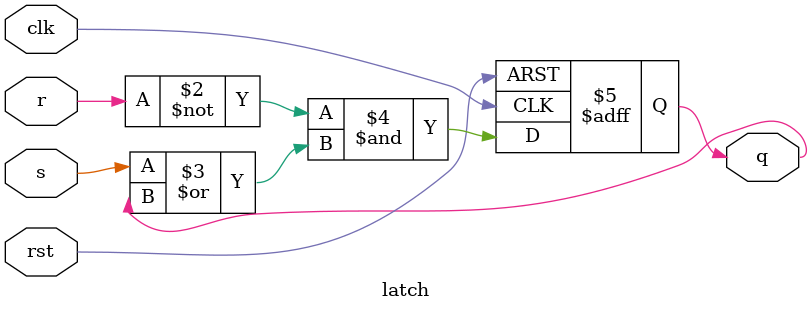
<source format=v>
module latch(
        input       clk,
        input       rst,
        input       r, s,
        output reg  q
    );
    
    always @ (posedge clk, posedge rst)
    begin
        if (rst)
            q <= 1'b0;
        else
            q <= (~r) & (s | q);
    end
endmodule

</source>
